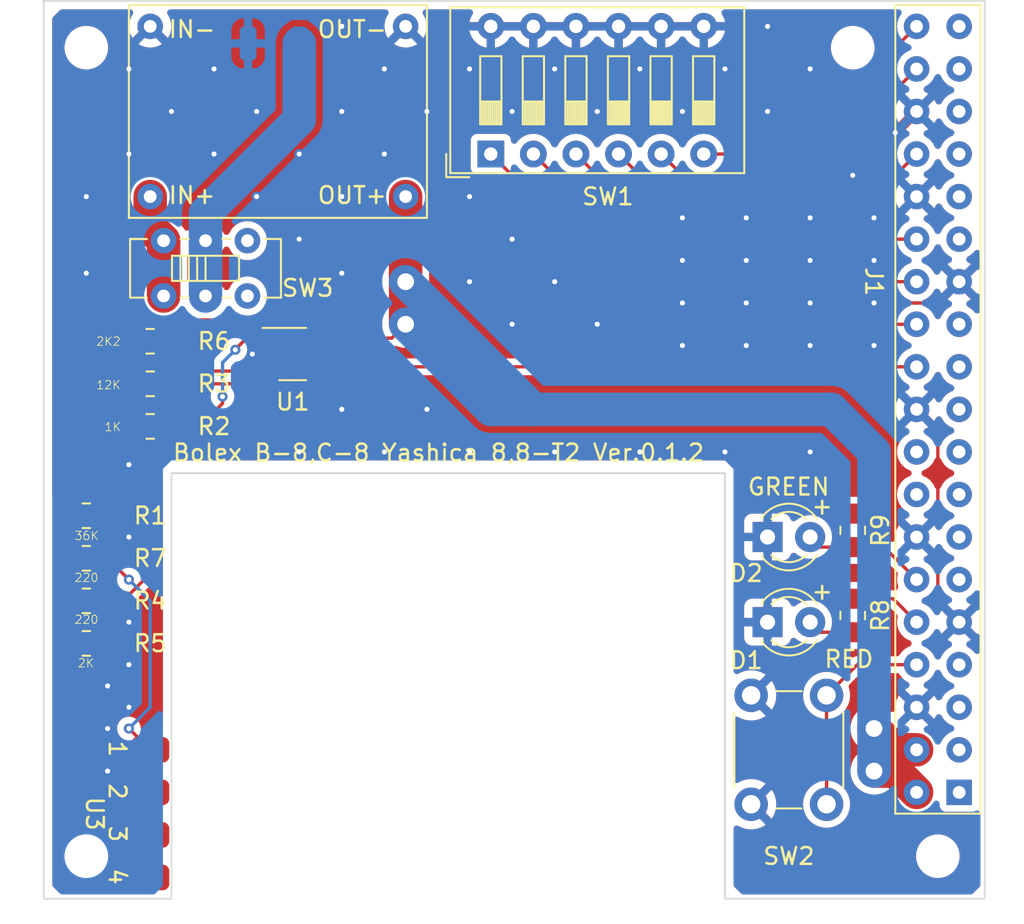
<source format=kicad_pcb>
(kicad_pcb (version 20240108) (generator "pcbnew") (generator_version "8.0")
  (layers (0 "F.Cu" signal) (31 "B.Cu" signal) (34 "B.Paste" user) (35 "F.Paste" user) (36 "B.SilkS" user "B.Silkscreen") (37 "F.SilkS" user "F.Silkscreen") (38 "B.Mask" user) (39 "F.Mask" user) (44 "Edge.Cuts" user))
  (net 0 "")
  (net 1 "GND")
  (net 2 "Net-(D1-A)")
  (net 3 "Net-(D2-A)")
  (net 5 "+5V")
  (net 15 "Net-(J1-GPIO25)")
  (net 17 "Net-(J1-~{CE0}{slash}GPIO8)")
  (net 18 "Net-(J1-~{CE1}{slash}GPIO7)")
  (net 20 "Net-(J1-ID_SC{slash}GPIO1)")
  (net 23 "Net-(J1-PWM0{slash}GPIO12)")
  (net 26 "Net-(J1-GPIO16)")
  (net 28 "Net-(J1-GPIO20{slash}MOSI1)")
  (net 29 "Net-(U1-+)")
  (net 30 "Net-(R4-Pad1)")
  (net 31 "Net-(U1--)")
  (net 32 "Net-(U3-A)")
  (net 33 "+9V")
  (net 34 "Net-(J1-GPIO14{slash}TXD)")
  (net 35 "Net-(J1-GPIO15{slash}RXD)")
  (net 36 "Net-(J1-GPIO18{slash}PWM0)")
  (net 39 "Net-(U2-IN+)")
  (footprint "LED_THT:LED_D3.0mm" (layer "F.Cu") (at 144.78 106.68)
    (property "Reference" "D2" (at -1.27 2.159 0) (layer "F.SilkS"))
    (property "Value" "LED GREEN" (hide yes))
    (pad "1" thru_hole rect (at 0 0) (size 1.8 1.8) (drill 0.9) (layers "*.Cu" "*.Mask") (net 1 "GND"))
    (pad "2" thru_hole circle (at 2.54 0) (size 1.8 1.8) (drill 0.9) (layers "*.Cu" "*.Mask") (net 3 "Net-(D2-A)"))
  )
  (footprint "Button_Switch_THT:SW_PUSH_6mm" (layer "F.Cu") (at 143.8 122.63 90)
    (property "Reference" "SW2" (at -3.1 2.25 180) (layer "F.SilkS"))
    (property "Value" "SW_shutdown")
    (pad "1" thru_hole circle (at 0 0 180) (size 2 2) (drill 1.1) (layers "*.Cu" "*.Mask") (net 1 "GND"))
    (pad "1" thru_hole circle (at 6.5 0 180) (size 2 2) (drill 1.1) (layers "*.Cu" "*.Mask") (net 1 "GND"))
    (pad "2" thru_hole circle (at 0 4.5 180) (size 2 2) (drill 1.1) (layers "*.Cu" "*.Mask") (net 34 "Net-(J1-GPIO14{slash}TXD)"))
    (pad "2" thru_hole circle (at 6.5 4.5 180) (size 2 2) (drill 1.1) (layers "*.Cu" "*.Mask") (net 34 "Net-(J1-GPIO14{slash}TXD)"))
  )
  (footprint "Resistor_SMD:R_0805_2012Metric_Pad1.20x1.40mm_HandSolder" (layer "F.Cu") (at 104.14 113.03)
    (property "Reference" "R5" (at 3.81 0 0) (layer "F.SilkS"))
    (property "Value" "2k")
    (pad "1" smd roundrect (at -1 0) (size 1.2 1.4) (layers "F.Cu" "F.Paste" "F.Mask") (roundrect_rratio 0.2083333333) (net 30 "Net-(R4-Pad1)"))
    (pad "2" smd roundrect (at 1 0) (size 1.2 1.4) (layers "F.Cu" "F.Paste" "F.Mask") (roundrect_rratio 0.2083333333) (net 1 "GND"))
  )
  (footprint "Resistor_SMD:R_0805_2012Metric_Pad1.20x1.40mm_HandSolder" (layer "F.Cu") (at 104.14 107.95)
    (property "Reference" "R7" (at 3.81 0 0) (layer "F.SilkS"))
    (property "Value" "220")
    (pad "1" smd roundrect (at -1 0) (size 1.2 1.4) (layers "F.Cu" "F.Paste" "F.Mask") (roundrect_rratio 0.2083333333) (net 5 "+5V"))
    (pad "2" smd roundrect (at 1 0) (size 1.2 1.4) (layers "F.Cu" "F.Paste" "F.Mask") (roundrect_rratio 0.2083333333) (net 32 "Net-(U3-A)"))
  )
  (footprint "clock_work_camera:IS-2235-G" (layer "F.Cu") (at 111.252 93.892)
    (property "Reference" "SW3" (at 6.096 -2.071 0) (layer "F.SilkS"))
    (property "Value" "IS-2235-G")
    (pad "1" thru_hole circle (at -2.5 -4.9) (size 1.524 1.524) (drill 0.762) (layers "*.Cu" "*.Mask") (net 39 "Net-(U2-IN+)"))
    (pad "2" thru_hole circle (at 0 -4.9) (size 1.524 1.524) (drill 0.762) (layers "*.Cu" "*.Mask") (net 33 "+9V"))
    (pad "3" thru_hole circle (at 2.5 -4.9) (size 1.524 1.524) (drill 0.762) (layers "*.Cu" "*.Mask"))
    (pad "4" thru_hole circle (at -2.5 -1.6) (size 1.524 1.524) (drill 0.762) (layers "*.Cu" "*.Mask") (net 39 "Net-(U2-IN+)"))
    (pad "5" thru_hole circle (at 0 -1.6) (size 1.524 1.524) (drill 0.762) (layers "*.Cu" "*.Mask") (net 33 "+9V"))
    (pad "6" thru_hole circle (at 2.5 -1.6) (size 1.524 1.524) (drill 0.762) (layers "*.Cu" "*.Mask"))
  )
  (footprint "Package_TO_SOT_SMD:SOT-23-5" (layer "F.Cu") (at 116.4535 95.758)
    (property "Reference" "U1" (at 0 2.855 0) (layer "F.SilkS"))
    (property "Value" "LM397")
    (pad "1" smd roundrect (at -1.1375 -0.95) (size 1.325 0.6) (layers "F.Cu" "F.Paste" "F.Mask") (net 31 "Net-(U1--)"))
    (pad "2" smd roundrect (at -1.1375 0) (size 1.325 0.6) (layers "F.Cu" "F.Paste" "F.Mask") (net 1 "GND"))
    (pad "3" smd roundrect (at -1.1375 0.95) (size 1.325 0.6) (layers "F.Cu" "F.Paste" "F.Mask") (net 29 "Net-(U1-+)"))
    (pad "4" smd roundrect (at 1.1375 0.95) (size 1.325 0.6) (layers "F.Cu" "F.Paste" "F.Mask") (net 15 "Net-(J1-GPIO25)"))
    (pad "5" smd roundrect (at 1.1375 -0.95) (size 1.325 0.6) (layers "F.Cu" "F.Paste" "F.Mask") (net 5 "+5V"))
  )
  (footprint "MountingHole:MountingHole_2.1mm" (layer "F.Cu") (at 154.94 125.73)
    (property "Reference" "H3" (hide yes))
    (property "Value" "MountingHole")
    (pad "" np_thru_hole circle (at 0 0) (size 2.1 2.1) (drill 2.1) (layers "*.Cu" "*.Mask"))
  )
  (footprint "Crockwork_Cinecamera:raspberry Pi socket 2x19" (layer "F.Cu") (at 156.21 121.92 180)
    (property "Reference" "J1" (at 5.08 30.48 -90) (layer "F.SilkS"))
    (property "Value" "Raspberry_Pi_zero2W")
    (pad "1" thru_hole rect (at 0 0 180) (size 1.524 1.524) (drill 0.762) (layers "*.Cu" "*.Mask"))
    (pad "2" thru_hole circle (at 2.54 0 180) (size 1.524 1.524) (drill 0.762) (layers "*.Cu" "*.Mask") (net 5 "+5V"))
    (pad "3" thru_hole circle (at 0 2.54 180) (size 1.524 1.524) (drill 0.762) (layers "*.Cu" "*.Mask"))
    (pad "4" thru_hole circle (at 2.54 2.54 180) (size 1.524 1.524) (drill 0.762) (layers "*.Cu" "*.Mask") (net 5 "+5V"))
    (pad "5" thru_hole circle (at 0 5.08 180) (size 1.524 1.524) (drill 0.762) (layers "*.Cu" "*.Mask"))
    (pad "6" thru_hole circle (at 2.54 5.08 180) (size 1.524 1.524) (drill 0.762) (layers "*.Cu" "*.Mask") (net 1 "GND"))
    (pad "7" thru_hole circle (at 0 7.62 180) (size 1.524 1.524) (drill 0.762) (layers "*.Cu" "*.Mask"))
    (pad "8" thru_hole circle (at 2.54 7.62 180) (size 1.524 1.524) (drill 0.762) (layers "*.Cu" "*.Mask") (net 34 "Net-(J1-GPIO14{slash}TXD)"))
    (pad "9" thru_hole circle (at 0 10.16 180) (size 1.524 1.524) (drill 0.762) (layers "*.Cu" "*.Mask") (net 1 "GND"))
    (pad "10" thru_hole circle (at 2.54 10.16 180) (size 1.524 1.524) (drill 0.762) (layers "*.Cu" "*.Mask") (net 35 "Net-(J1-GPIO15{slash}RXD)"))
    (pad "11" thru_hole circle (at 0 12.7 180) (size 1.524 1.524) (drill 0.762) (layers "*.Cu" "*.Mask"))
    (pad "12" thru_hole circle (at 2.54 12.7 180) (size 1.524 1.524) (drill 0.762) (layers "*.Cu" "*.Mask") (net 36 "Net-(J1-GPIO18{slash}PWM0)"))
    (pad "13" thru_hole circle (at 0 15.24 180) (size 1.524 1.524) (drill 0.762) (layers "*.Cu" "*.Mask"))
    (pad "14" thru_hole circle (at 2.54 15.24 180) (size 1.524 1.524) (drill 0.762) (layers "*.Cu" "*.Mask") (net 1 "GND"))
    (pad "15" thru_hole circle (at 0 17.78 180) (size 1.524 1.524) (drill 0.762) (layers "*.Cu" "*.Mask"))
    (pad "16" thru_hole circle (at 2.54 17.78 180) (size 1.524 1.524) (drill 0.762) (layers "*.Cu" "*.Mask"))
    (pad "17" thru_hole circle (at 0 20.32 180) (size 1.524 1.524) (drill 0.762) (layers "*.Cu" "*.Mask"))
    (pad "18" thru_hole circle (at 2.54 20.32 180) (size 1.524 1.524) (drill 0.762) (layers "*.Cu" "*.Mask"))
    (pad "19" thru_hole circle (at 0 22.86 180) (size 1.524 1.524) (drill 0.762) (layers "*.Cu" "*.Mask"))
    (pad "20" thru_hole circle (at 2.54 22.86 180) (size 1.524 1.524) (drill 0.762) (layers "*.Cu" "*.Mask") (net 1 "GND"))
    (pad "21" thru_hole circle (at 0 25.4 180) (size 1.524 1.524) (drill 0.762) (layers "*.Cu" "*.Mask"))
    (pad "22" thru_hole circle (at 2.54 25.4 180) (size 1.524 1.524) (drill 0.762) (layers "*.Cu" "*.Mask") (net 15 "Net-(J1-GPIO25)"))
    (pad "23" thru_hole circle (at 0 27.94 180) (size 1.524 1.524) (drill 0.762) (layers "*.Cu" "*.Mask"))
    (pad "24" thru_hole circle (at 2.54 27.94 180) (size 1.524 1.524) (drill 0.762) (layers "*.Cu" "*.Mask") (net 17 "Net-(J1-~{CE0}{slash}GPIO8)"))
    (pad "25" thru_hole circle (at 0 30.48 180) (size 1.524 1.524) (drill 0.762) (layers "*.Cu" "*.Mask") (net 1 "GND"))
    (pad "26" thru_hole circle (at 2.54 30.48 180) (size 1.524 1.524) (drill 0.762) (layers "*.Cu" "*.Mask") (net 18 "Net-(J1-~{CE1}{slash}GPIO7)"))
    (pad "27" thru_hole circle (at 0 33.02 180) (size 1.524 1.524) (drill 0.762) (layers "*.Cu" "*.Mask"))
    (pad "28" thru_hole circle (at 2.54 33.02 180) (size 1.524 1.524) (drill 0.762) (layers "*.Cu" "*.Mask") (net 20 "Net-(J1-ID_SC{slash}GPIO1)"))
    (pad "29" thru_hole circle (at 0 35.56 180) (size 1.524 1.524) (drill 0.762) (layers "*.Cu" "*.Mask"))
    (pad "30" thru_hole circle (at 2.54 35.56 180) (size 1.524 1.524) (drill 0.762) (layers "*.Cu" "*.Mask") (net 1 "GND"))
    (pad "31" thru_hole circle (at 0 38.1 180) (size 1.524 1.524) (drill 0.762) (layers "*.Cu" "*.Mask"))
    (pad "32" thru_hole circle (at 2.54 38.1 180) (size 1.524 1.524) (drill 0.762) (layers "*.Cu" "*.Mask") (net 23 "Net-(J1-PWM0{slash}GPIO12)"))
    (pad "33" thru_hole circle (at 0 40.64 180) (size 1.524 1.524) (drill 0.762) (layers "*.Cu" "*.Mask"))
    (pad "34" thru_hole circle (at 2.54 40.64 180) (size 1.524 1.524) (drill 0.762) (layers "*.Cu" "*.Mask") (net 1 "GND"))
    (pad "35" thru_hole circle (at 0 43.18 180) (size 1.524 1.524) (drill 0.762) (layers "*.Cu" "*.Mask"))
    (pad "36" thru_hole circle (at 2.54 43.18 180) (size 1.524 1.524) (drill 0.762) (layers "*.Cu" "*.Mask") (net 26 "Net-(J1-GPIO16)"))
    (pad "37" thru_hole circle (at 0 45.72 180) (size 1.524 1.524) (drill 0.762) (layers "*.Cu" "*.Mask"))
    (pad "38" thru_hole circle (at 2.54 45.72 180) (size 1.524 1.524) (drill 0.762) (layers "*.Cu" "*.Mask") (net 28 "Net-(J1-GPIO20{slash}MOSI1)"))
  )
  (footprint "MountingHole:MountingHole_2.1mm" (layer "F.Cu") (at 149.86 77.47)
    (property "Reference" "H4" (hide yes))
    (property "Value" "MountingHole")
    (pad "" np_thru_hole circle (at 0 0) (size 2.1 2.1) (drill 2.1) (layers "*.Cu" "*.Mask"))
  )
  (footprint "Resistor_SMD:R_0805_2012Metric_Pad1.20x1.40mm_HandSolder" (layer "F.Cu") (at 107.95 100.076)
    (property "Reference" "R2" (at 3.81 0 0) (layer "F.SilkS"))
    (property "Value" "1k")
    (pad "1" smd roundrect (at -1 0) (size 1.2 1.4) (layers "F.Cu" "F.Paste" "F.Mask") (roundrect_rratio 0.2083333333) (net 29 "Net-(U1-+)"))
    (pad "2" smd roundrect (at 1 0) (size 1.2 1.4) (layers "F.Cu" "F.Paste" "F.Mask") (roundrect_rratio 0.2083333333) (net 1 "GND"))
  )
  (footprint "Crockwork_Cinecamera:MP2307 DC-DC Board" (layer "F.Cu") (at 107.95 86.36 90)
    (property "Reference" "U2" (hide yes))
    (property "Value" "~")
    (fp_text user "OUT+" (at -0.508 9.906 0) (layer "F.SilkS") (effects (justify left bottom)))
    (fp_text user "IN-" (at 9.398 1.016 0) (layer "F.SilkS") (effects (justify left bottom)))
    (fp_text user "IN+" (at -0.508 1.016 0) (layer "F.SilkS") (effects (justify left bottom)))
    (fp_text user "OUT-" (at 9.398 9.906 0) (layer "F.SilkS") (effects (justify left bottom)))
    (pad "1" thru_hole circle (at 0 0 90) (size 1.524 1.524) (drill 0.762) (layers "*.Cu" "*.Mask") (net 39 "Net-(U2-IN+)"))
    (pad "2" thru_hole circle (at 10.16 0 90) (size 1.524 1.524) (drill 0.762) (layers "*.Cu" "*.Mask") (net 1 "GND"))
    (pad "3" thru_hole circle (at 0 15.24 90) (size 1.524 1.524) (drill 0.762) (layers "*.Cu" "*.Mask") (net 5 "+5V"))
    (pad "4" thru_hole circle (at 10.16 15.24 90) (size 1.524 1.524) (drill 0.762) (layers "*.Cu" "*.Mask") (net 1 "GND"))
  )
  (footprint "LED_THT:LED_D3.0mm" (layer "F.Cu") (at 144.78 111.76)
    (property "Reference" "D1" (at -1.27 2.286 0) (layer "F.SilkS"))
    (property "Value" "LED RED" (hide yes))
    (pad "1" thru_hole rect (at 0 0) (size 1.8 1.8) (drill 0.9) (layers "*.Cu" "*.Mask") (net 1 "GND"))
    (pad "2" thru_hole circle (at 2.54 0) (size 1.8 1.8) (drill 0.9) (layers "*.Cu" "*.Mask") (net 2 "Net-(D1-A)"))
  )
  (footprint "Resistor_SMD:R_0805_2012Metric_Pad1.20x1.40mm_HandSolder" (layer "F.Cu") (at 104.14 105.41)
    (property "Reference" "R1" (at 3.81 0 0) (layer "F.SilkS"))
    (property "Value" "36k")
    (pad "1" smd roundrect (at -1 0) (size 1.2 1.4) (layers "F.Cu" "F.Paste" "F.Mask") (roundrect_rratio 0.2083333333) (net 5 "+5V"))
    (pad "2" smd roundrect (at 1 0) (size 1.2 1.4) (layers "F.Cu" "F.Paste" "F.Mask") (roundrect_rratio 0.2083333333) (net 29 "Net-(U1-+)"))
  )
  (footprint "Resistor_SMD:R_0805_2012Metric_Pad1.20x1.40mm_HandSolder" (layer "F.Cu") (at 149.86 111.363 -90)
    (property "Reference" "R8" (at 0 -1.65 90) (layer "F.SilkS"))
    (property "Value" "1k")
    (pad "1" smd roundrect (at -1 0 270) (size 1.2 1.4) (layers "F.Cu" "F.Paste" "F.Mask") (roundrect_rratio 0.2083333333) (net 35 "Net-(J1-GPIO15{slash}RXD)"))
    (pad "2" smd roundrect (at 1 0 270) (size 1.2 1.4) (layers "F.Cu" "F.Paste" "F.Mask") (roundrect_rratio 0.2083333333) (net 2 "Net-(D1-A)"))
  )
  (footprint "Button_Switch_THT:SW_DIP_SPSTx06_Slide_9.78x17.42mm_W7.62mm_P2.54mm" (layer "F.Cu") (at 128.27 83.82 90)
    (property "Reference" "SW1" (at -2.54 6.985 180) (layer "F.SilkS"))
    (property "Value" "SW_DIP_x06")
    (pad "1" thru_hole rect (at 0 0 90) (size 1.6 1.6) (drill 0.8) (layers "*.Cu" "*.Mask") (net 17 "Net-(J1-~{CE0}{slash}GPIO8)"))
    (pad "2" thru_hole oval (at 0 2.54 90) (size 1.6 1.6) (drill 0.8) (layers "*.Cu" "*.Mask") (net 18 "Net-(J1-~{CE1}{slash}GPIO7)"))
    (pad "3" thru_hole oval (at 0 5.08 90) (size 1.6 1.6) (drill 0.8) (layers "*.Cu" "*.Mask") (net 20 "Net-(J1-ID_SC{slash}GPIO1)"))
    (pad "4" thru_hole oval (at 0 7.62 90) (size 1.6 1.6) (drill 0.8) (layers "*.Cu" "*.Mask") (net 23 "Net-(J1-PWM0{slash}GPIO12)"))
    (pad "5" thru_hole oval (at 0 10.16 90) (size 1.6 1.6) (drill 0.8) (layers "*.Cu" "*.Mask") (net 26 "Net-(J1-GPIO16)"))
    (pad "6" thru_hole oval (at 0 12.7 90) (size 1.6 1.6) (drill 0.8) (layers "*.Cu" "*.Mask") (net 28 "Net-(J1-GPIO20{slash}MOSI1)"))
    (pad "7" thru_hole oval (at 7.62 12.7 90) (size 1.6 1.6) (drill 0.8) (layers "*.Cu" "*.Mask") (net 1 "GND"))
    (pad "8" thru_hole oval (at 7.62 10.16 90) (size 1.6 1.6) (drill 0.8) (layers "*.Cu" "*.Mask") (net 1 "GND"))
    (pad "9" thru_hole oval (at 7.62 7.62 90) (size 1.6 1.6) (drill 0.8) (layers "*.Cu" "*.Mask") (net 1 "GND"))
    (pad "10" thru_hole oval (at 7.62 5.08 90) (size 1.6 1.6) (drill 0.8) (layers "*.Cu" "*.Mask") (net 1 "GND"))
    (pad "11" thru_hole oval (at 7.62 2.54 90) (size 1.6 1.6) (drill 0.8) (layers "*.Cu" "*.Mask") (net 1 "GND"))
    (pad "12" thru_hole oval (at 7.62 0 90) (size 1.6 1.6) (drill 0.8) (layers "*.Cu" "*.Mask") (net 1 "GND"))
  )
  (footprint "Resistor_SMD:R_0805_2012Metric_Pad1.20x1.40mm_HandSolder" (layer "F.Cu") (at 104.14 110.49)
    (property "Reference" "R4" (at 3.81 0 0) (layer "F.SilkS"))
    (property "Value" "220")
    (pad "1" smd roundrect (at -1 0) (size 1.2 1.4) (layers "F.Cu" "F.Paste" "F.Mask") (roundrect_rratio 0.2083333333) (net 30 "Net-(R4-Pad1)"))
    (pad "2" smd roundrect (at 1 0) (size 1.2 1.4) (layers "F.Cu" "F.Paste" "F.Mask") (roundrect_rratio 0.2083333333) (net 31 "Net-(U1--)"))
  )
  (footprint "MountingHole:MountingHole_2.1mm" (layer "F.Cu") (at 104.14 77.47)
    (property "Reference" "H1" (hide yes))
    (property "Value" "MountingHole")
    (pad "" np_thru_hole circle (at 0 0) (size 2.1 2.1) (drill 2.1) (layers "*.Cu" "*.Mask"))
  )
  (footprint "Resistor_SMD:R_0805_2012Metric_Pad1.20x1.40mm_HandSolder" (layer "F.Cu") (at 107.95 94.996)
    (property "Reference" "R6" (at 3.81 0 0) (layer "F.SilkS"))
    (property "Value" "2k2")
    (pad "1" smd roundrect (at -1 0) (size 1.2 1.4) (layers "F.Cu" "F.Paste" "F.Mask") (roundrect_rratio 0.2083333333) (net 5 "+5V"))
    (pad "2" smd roundrect (at 1 0) (size 1.2 1.4) (layers "F.Cu" "F.Paste" "F.Mask") (roundrect_rratio 0.2083333333) (net 15 "Net-(J1-GPIO25)"))
  )
  (footprint "Crockwork_Cinecamera:LBR-123F_2" (layer "F.Cu") (at 104.14 123.19 -90)
    (property "Reference" "U3" (at 0 -0.5 -90) (layer "F.SilkS"))
    (property "Value" "LBR-123F_2")
    (fp_text user "1" (at -4.445 -1.27 -90) (layer "F.SilkS") (effects (justify left bottom)))
    (fp_text user "4" (at 3.175 -1.27 -90) (layer "F.SilkS") (effects (justify left bottom)))
    (fp_text user "3" (at 0.635 -1.27 -90) (layer "F.SilkS") (effects (justify left bottom)))
    (fp_text user "2" (at -1.905 -1.27 -90) (layer "F.SilkS") (effects (justify left bottom)))
    (pad "1" smd roundrect (at -3.81 -3.81) (size 2.286 1.524) (layers "F.Cu" "F.Paste" "F.Mask") (net 32 "Net-(U3-A)"))
    (pad "2" smd roundrect (at -1.27 -3.81) (size 2.286 1.524) (layers "F.Cu" "F.Paste" "F.Mask") (net 1 "GND"))
    (pad "3" smd roundrect (at 1.27 -3.81 180) (size 2.286 1.524) (layers "F.Cu" "F.Paste" "F.Mask") (net 30 "Net-(R4-Pad1)"))
    (pad "4" smd roundrect (at 3.81 -3.81) (size 2.286 1.524) (layers "F.Cu" "F.Paste" "F.Mask") (net 5 "+5V"))
  )
  (footprint "Resistor_SMD:R_0805_2012Metric_Pad1.20x1.40mm_HandSolder" (layer "F.Cu") (at 107.95 97.536)
    (property "Reference" "R3" (at 3.81 0 0) (layer "F.SilkS"))
    (property "Value" "12k")
    (pad "1" smd roundrect (at -1 0) (size 1.2 1.4) (layers "F.Cu" "F.Paste" "F.Mask") (roundrect_rratio 0.2083333333) (net 29 "Net-(U1-+)"))
    (pad "2" smd roundrect (at 1 0) (size 1.2 1.4) (layers "F.Cu" "F.Paste" "F.Mask") (roundrect_rratio 0.2083333333) (net 15 "Net-(J1-GPIO25)"))
  )
  (footprint "MountingHole:MountingHole_2.1mm" (layer "F.Cu") (at 104.14 125.73)
    (property "Reference" "H2" (hide yes))
    (property "Value" "MountingHole" (hide yes))
    (pad "" np_thru_hole circle (at 0 0) (size 2.1 2.1) (drill 2.1) (layers "*.Cu" "*.Mask"))
  )
  (footprint "Resistor_SMD:R_0805_2012Metric_Pad1.20x1.40mm_HandSolder" (layer "F.Cu") (at 149.86 106.283 -90)
    (property "Reference" "R9" (at 0 -1.65 90) (layer "F.SilkS"))
    (property "Value" "1k")
    (pad "1" smd roundrect (at -1 0 270) (size 1.2 1.4) (layers "F.Cu" "F.Paste" "F.Mask") (roundrect_rratio 0.2083333333) (net 36 "Net-(J1-GPIO18{slash}PWM0)"))
    (pad "2" smd roundrect (at 1 0 270) (size 1.2 1.4) (layers "F.Cu" "F.Paste" "F.Mask") (roundrect_rratio 0.2083333333) (net 3 "Net-(D2-A)"))
  )
  (footprint "Connector_Wire:SolderWirePad_1x01_SMD_1x2mm" (layer "B.Cu") (at 116.84 77.216 180)
    (property "Reference" "J2" (hide yes))
    (property "Value" "9V Pad")
    (pad "1" smd roundrect (at 0 0 180) (size 1 2) (layers "B.Cu" "B.Paste" "B.Mask") (net 33 "+9V"))
  )
  (footprint "Connector_Wire:SolderWirePad_1x01_SMD_1x2mm" (layer "B.Cu") (at 113.792 77.216 180)
    (property "Reference" "J3" (hide yes))
    (property "Value" "GND Pad")
    (pad "1" smd roundrect (at 0 0 180) (size 1 2) (layers "B.Cu" "B.Paste" "B.Mask") (net 1 "GND"))
  )
  (gr_line (start 142.24 102.87) (end 109.22 102.87) (stroke (width 0.1)) (layer "Edge.Cuts"))
  (gr_line (start 157.734 128.27) (end 142.24 128.27) (stroke (width 0.1)) (layer "Edge.Cuts"))
  (gr_line (start 109.22 102.87) (end 109.22 128.27) (stroke (width 0.1)) (layer "Edge.Cuts"))
  (gr_line (start 101.6 128.27) (end 101.6 74.676) (stroke (width 0.1)) (layer "Edge.Cuts"))
  (gr_line (start 157.734 74.676) (end 157.734 128.27) (stroke (width 0.1)) (layer "Edge.Cuts"))
  (gr_line (start 101.6 74.676) (end 157.734 74.676) (stroke (width 0.1)) (layer "Edge.Cuts"))
  (gr_line (start 109.22 128.27) (end 101.6 128.27) (stroke (width 0.1)) (layer "Edge.Cuts"))
  (gr_line (start 142.24 128.27) (end 142.24 102.87) (stroke (width 0.1)) (layer "Edge.Cuts"))
  (gr_text "36K" (at 103.4 106.9 0) (layer "F.SilkS") (effects (font (size 0.5 0.5) (thickness 0.05)) (justify left bottom)))
  (gr_text "+" (at 147.32 105.41 0) (layer "F.SilkS") (effects (font (size 1 1)) (justify left bottom)))
  (gr_text "Bolex B-8,C-8 Yashica 8,8-T2 Ver.0.1.2" (at 109.22 102.235 0) (layer "F.SilkS") (effects (font (size 1 1)) (justify left bottom)))
  (gr_text "220\n" (at 103.4 111.9 0) (layer "F.SilkS") (effects (font (size 0.5 0.5) (thickness 0.05)) (justify left bottom)))
  (gr_text "+" (at 147.32 110.49 0) (layer "F.SilkS") (effects (font (size 1 1)) (justify left bottom)))
  (gr_text "2K2" (at 104.7 95.3 0) (layer "F.SilkS") (effects (font (size 0.5 0.5) (thickness 0.05)) (justify left bottom)))
  (gr_text "RED" (at 148.082 114.554 0) (layer "F.SilkS") (effects (font (size 1 1)) (justify left bottom)))
  (gr_text "GREEN" (at 143.51 104.267 0) (layer "F.SilkS") (effects (font (size 1 1)) (justify left bottom)))
  (gr_text "12K" (at 104.7 97.9 0) (layer "F.SilkS") (effects (font (size 0.5 0.5) (thickness 0.05)) (justify left bottom)))
  (gr_text "2K" (at 103.6 114.5 0) (layer "F.SilkS") (effects (font (size 0.5 0.5) (thickness 0.05)) (justify left bottom)))
  (gr_text "1K" (at 105.2 100.4 0) (layer "F.SilkS") (effects (font (size 0.5 0.5) (thickness 0.05)) (justify left bottom)))
  (gr_text "220" (at 103.4 109.4 0) (layer "F.SilkS") (effects (font (size 0.5 0.5) (thickness 0.05)) (justify left bottom)))
  (segment (start 108.95 100.076) (end 108.95 100.776) (width 1) (layer "F.Cu") (net 1))
  (segment (start 105.14 112.801631) (end 105.14 113.03) (width 0.2) (layer "F.Cu") (net 1))
  (segment (start 156.21 111.76) (end 154.94 110.49) (width 0.2) (layer "F.Cu") (net 1))
  (segment (start 153.67 81.28) (end 152.4 82.55) (width 0.6) (layer "F.Cu") (net 1))
  (segment (start 106.68 121.92) (end 105.41 120.65) (width 0.6) (layer "F.Cu") (net 1))
  (segment (start 107.95 121.92) (end 106.68 121.92) (width 0.6) (layer "F.Cu") (net 1))
  (segment (start 154.94 100.33) (end 153.67 99.06) (width 0.2) (layer "F.Cu") (net 1))
  (segment (start 156.21 91.44) (end 154.94 92.71) (width 0.2) (layer "F.Cu") (net 1))
  (segment (start 154.94 110.49) (end 154.94 107.95) (width 0.2) (layer "F.Cu") (net 1))
  (segment (start 153.67 106.68) (end 154.94 105.41) (width 0.2) (layer "F.Cu") (net 1))
  (segment (start 154.94 92.71) (end 151.13 92.71) (width 0.2) (layer "F.Cu") (net 1))
  (segment (start 108.95 100.776) (end 108.419 101.307) (width 1) (layer "F.Cu") (net 1))
  (segment (start 154.94 105.41) (end 154.94 100.33) (width 0.2) (layer "F.Cu") (net 1))
  (segment (start 154.94 107.95) (end 153.67 106.68) (width 0.2) (layer "F.Cu") (net 1))
  (via (at 124.46 99.06) (size 0.605) (drill 0.3) (layers "F.Cu" "B.Cu") (net 1))
  (via (at 139.7 92.71) (size 0.605) (drill 0.3) (layers "F.Cu" "B.Cu") (net 1))
  (via (at 104.14 90.932) (size 0.605) (drill 0.3) (layers "F.Cu" "B.Cu") (net 1))
  (via (at 116.84 83.82) (size 0.605) (drill 0.3) (layers "F.Cu" "B.Cu") (net 1))
  (via (at 149.86 85.09) (size 0.605) (drill 0.3) (layers "F.Cu" "B.Cu") (net 1))
  (via (at 104.14 86.36) (size 0.605) (drill 0.3) (layers "F.Cu" "B.Cu") (net 1))
  (via (at 144.78 76.2) (size 0.605) (drill 0.3) (layers "F.Cu" "B.Cu") (net 1))
  (via (at 127 101.6) (size 0.605) (drill 0.3) (layers "F.Cu" "B.Cu") (net 1))
  (via (at 106.68 106.68) (size 0.605) (drill 0.3) (layers "F.Cu" "B.Cu") (net 1))
  (via (at 139.7 90.17) (size 0.605) (drill 0.3) (layers "F.Cu" "B.Cu") (net 1))
  (via (at 106.68 111.76) (size 0.605) (drill 0.3) (layers "F.Cu" "B.Cu") (net 1))
  (via (at 119.38 86.36) (size 0.605) (drill 0.3) (layers "F.Cu" "B.Cu") (net 1))
  (via (at 134.62 81.28) (size 0.605) (drill 0.3) (layers "F.Cu" "B.Cu") (net 1))
  (via (at 106.68 83.82) (size 0.605) (drill 0.3) (layers "F.Cu" "B.Cu") (net 1))
  (via (at 106.68 114.3) (size 0.605) (drill 0.3) (layers "F.Cu" "B.Cu") (net 1))
  (via (at 116.84 88.9) (size 0.605) (drill 0.3) (layers "F.Cu" "B.Cu") (net 1))
  (via (at 121.92 78.74) (size 0.605) (drill 0.3) (layers "F.Cu" "B.Cu") (net 1))
  (via (at 139.7 87.63) (size 0.605) (drill 0.3) (layers "F.Cu" "B.Cu") (net 1))
  (via (at 105.41 115.57) (size 0.605) (drill 0.3) (layers "F.Cu" "B.Cu") (net 1))
  (via (at 143.51 92.71) (size 0.605) (drill 0.3) (layers "F.Cu" "B.Cu") (net 1))
  (via (at 151.13 95.25) (size 0.605) (drill 0.3) (layers "F.Cu" "B.Cu") (net 1))
  (via (at 129.54 93.98) (size 0.605) (drill 0.3) (layers "F.Cu" "B.Cu") (net 1))
  (via (at 127 91.44) (size 0.605) (drill 0.3) (layers "F.Cu" "B.Cu") (net 1))
  (via (at 147.32 87.63) (size 0.605) (drill 0.3) (layers "F.Cu" "B.Cu") (net 1))
  (via (at 129.54 81.28) (size 0.605) (drill 0.3) (layers "F.Cu" "B.Cu") (net 1))
  (via (at 124.46 81.28) (size 0.605) (drill 0.3) (layers "F.Cu" "B.Cu") (net 1))
  (via (at 105.41 118.11) (size 0.605) (drill 0.3) (layers "F.Cu" "B.Cu") (net 1))
  (via (at 147.32 92.71) (size 0.605) (drill 0.3) (layers "F.Cu" "B.Cu") (net 1))
  (via (at 114.3 86.36) (size 0.605) (drill 0.3) (layers "F.Cu" "B.Cu") (net 1))
  (via (at 111.76 83.82) (size 0.605) (drill 0.3) (layers "F.Cu" "B.Cu") (net 1))
  (via (at 119.38 99.06) (size 0.605) (drill 0.3) (layers "F.Cu" "B.Cu") (net 1))
  (via (at 143.51 87.63) (size 0.605) (drill 0.3) (layers "F.Cu" "B.Cu") (net 1))
  (via (at 147.32 78.74) (size 0.605) (drill 0.3) (layers "F.Cu" "B.Cu") (net 1))
  (via (at 132.08 101.6) (size 0.605) (drill 0.3) (layers "F.Cu" "B.Cu") (net 1))
  (via (at 134.62 93.98) (size 0.605) (drill 0.3) (layers "F.Cu" "B.Cu") (net 1))
  (via (at 121.92 83.82) (size 0.605) (drill 0.3) (layers "F.Cu" "B.Cu") (net 1))
  (via (at 116.84 101.6) (size 0.605) (drill 0.3) (layers "F.Cu" "B.Cu") (net 1))
  (via (at 142.24 101.6) (size 0.605) (drill 0.3) (layers "F.Cu" "B.Cu") (net 1))
  (via (at 114.3 81.28) (size 0.605) (drill 0.3) (layers "F.Cu" "B.Cu") (net 1))
  (via (at 142.24 78.74) (size 0.605) (drill 0.3) (layers "F.Cu" "B.Cu") (net 1))
  (via (at 129.54 88.9) (size 0.605) (drill 0.3) (layers "F.Cu" "B.Cu") (net 1))
  (via (at 151.13 92.71) (size 0.605) (drill 0.3) (layers "F.Cu" "B.Cu") (net 1))
  (via (at 137.16 78.74) (size 0.605) (drill 0.3) (layers "F.Cu" "B.Cu") (net 1))
  (via (at 139.7 95.25) (size 0.605) (drill 0.3) (layers "F.Cu" "B.Cu") (net 1))
  (via (at 109.22 81.28) (size 0.605) (drill 0.3) (layers "F.Cu" "B.Cu") (net 1))
  (via (at 143.51 90.17) (size 0.605) (drill 0.3) (layers "F.Cu" "B.Cu") (net 1))
  (via (at 127 78.74) (size 0.605) (drill 0.3) (layers "F.Cu" "B.Cu") (net 1))
  (via (at 119.38 81.28) (size 0.605) (drill 0.3) (layers "F.Cu" "B.Cu") (net 1))
  (via (at 105.41 120.65) (size 0.605) (drill 0.3) (layers "F.Cu" "B.Cu") (net 1))
  (via (at 106.68 78.74) (size 0.605) (drill 0.3) (layers "F.Cu" "B.Cu") (net 1))
  (via (at 137.16 101.6) (size 0.605) (drill 0.3) (layers "F.Cu" "B.Cu") (net 1))
  (via (at 143.51 95.25) (size 0.605) (drill 0.3) (layers "F.Cu" "B.Cu") (net 1))
  (via (at 106.68 102.362) (size 0.605) (drill 0.3) (layers "F.Cu" "B.Cu") (net 1))
  (via (at 127 86.36) (size 0.605) (drill 0.3) (layers "F.Cu" "B.Cu") (net 1))
  (via (at 147.32 101.6) (size 0.605) (drill 0.3) (layers "F.Cu" "B.Cu") (net 1))
  (via (at 152.4 82.55) (size 0.605) (drill 0.3) (layers "F.Cu" "B.Cu") (net 1))
  (via (at 111.76 78.74) (size 0.605) (drill 0.3) (layers "F.Cu" "B.Cu") (net 1))
  (via (at 151.13 90.17) (size 0.605) (drill 0.3) (layers "F.Cu" "B.Cu") (net 1))
  (via (at 119.38 90.932) (size 0.605) (drill 0.3) (layers "F.Cu" "B.Cu") (net 1))
  (via (at 132.08 78.74) (size 0.605) (drill 0.3) (layers "F.Cu" "B.Cu") (net 1))
  (via (at 151.13 87.63) (size 0.605) (drill 0.3) (layers "F.Cu" "B.Cu") (net 1))
  (via (at 114.046 95.758) (size 0.605) (drill 0.3) (layers "F.Cu" "B.Cu") (net 1))
  (via (at 147.32 90.17) (size 0.605) (drill 0.3) (layers "F.Cu" "B.Cu") (net 1))
  (via (at 144.78 81.28) (size 0.605) (drill 0.3) (layers "F.Cu" "B.Cu") (net 1))
  (via (at 106.68 116.84) (size 0.605) (drill 0.3) (layers "F.Cu" "B.Cu") (net 1))
  (via (at 121.92 101.6) (size 0.605) (drill 0.3) (layers "F.Cu" "B.Cu") (net 1))
  (via (at 147.32 95.25) (size 0.605) (drill 0.3) (layers "F.Cu" "B.Cu") (net 1))
  (via (at 132.08 91.44) (size 0.605) (drill 0.3) (layers "F.Cu" "B.Cu") (net 1))
  (via (at 139.7 81.28) (size 0.605) (drill 0.3) (layers "F.Cu" "B.Cu") (net 1))
  (via (at 119.38 76.2) (size 0.605) (drill 0.3) (layers "F.Cu" "B.Cu") (net 1))
  (segment (start 149.86 112.363) (end 147.923 112.363) (width 0.2) (layer "F.Cu") (net 2))
  (segment (start 147.923 112.363) (end 147.32 111.76) (width 0.2) (layer "F.Cu") (net 2))
  (segment (start 147.923 107.283) (end 147.32 106.68) (width 0.2) (layer "F.Cu") (net 3))
  (segment (start 149.86 107.283) (end 147.923 107.283) (width 0.2) (layer "F.Cu") (net 3))
  (segment (start 102.574972 109.5376) (end 102.2876 109.824972) (width 0.2) (layer "F.Cu") (net 5))
  (segment (start 122.362 94.808) (end 123.19 93.98) (width 0.2) (layer "F.Cu") (net 5))
  (segment (start 103.705028 109.5376) (end 102.574972 109.5376) (width 0.2) (layer "F.Cu") (net 5))
  (segment (start 103.14 98.806) (end 103.14 105.41) (width 0.2) (layer "F.Cu") (net 5))
  (segment (start 103.14 105.41) (end 103.14 107.95) (width 0.2) (layer "F.Cu") (net 5))
  (segment (start 104.14 108.95) (end 104.14 109.972572) (width 0.2) (layer "F.Cu") (net 5))
  (segment (start 102.2876 121.3376) (end 107.95 127) (width 0.2) (layer "F.Cu") (net 5))
  (segment (start 151.13 118.11) (end 152.4 119.38) (width 2) (layer "F.Cu") (net 5))
  (segment (start 123.19 91.44) (end 123.19 93.98) (width 2) (layer "F.Cu") (net 5))
  (segment (start 104.14 109.972572) (end 103.705028 109.5376) (width 0.2) (layer "F.Cu") (net 5))
  (segment (start 106.95 94.996) (end 108.0428 93.9032) (width 0.2) (layer "F.Cu") (net 5))
  (segment (start 108.204 93.726) (end 116.509 93.726) (width 0.2) (layer "F.Cu") (net 5))
  (segment (start 108.0428 93.9032) (end 108.0428 93.8872) (width 0.2) (layer "F.Cu") (net 5))
  (segment (start 152.4 120.65) (end 153.67 121.92) (width 2) (layer "F.Cu") (net 5))
  (segment (start 123.19 87.63) (end 123.19 90.17) (width 2) (layer "F.Cu") (net 5))
  (segment (start 152.4 119.38) (end 153.67 119.38) (width 2) (layer "F.Cu") (net 5))
  (segment (start 102.2876 109.824972) (end 102.2876 121.3376) (width 0.2) (layer "F.Cu") (net 5))
  (segment (start 117.591 94.808) (end 122.362 94.808) (width 0.2) (layer "F.Cu") (net 5))
  (segment (start 116.509 93.726) (end 117.591 94.808) (width 0.2) (layer "F.Cu") (net 5))
  (segment (start 106.95 94.996) (end 103.14 98.806) (width 0.2) (layer "F.Cu") (net 5))
  (segment (start 108.0428 93.8872) (end 108.204 93.726) (width 0.2) (layer "F.Cu") (net 5))
  (segment (start 123.19 90.17) (end 123.19 91.44) (width 2) (layer "F.Cu") (net 5))
  (segment (start 123.19 86.36) (end 123.19 87.63) (width 2) (layer "F.Cu") (net 5))
  (segment (start 151.13 120.65) (end 152.4 120.65) (width 2) (layer "F.Cu") (net 5))
  (segment (start 103.14 107.95) (end 104.14 108.95) (width 0.2) (layer "F.Cu") (net 5))
  (via (at 123.19 93.98) (size 1.5) (drill 1) (layers "F.Cu" "B.Cu") (net 5))
  (via (at 151.13 120.65) (size 1.5) (drill 1) (layers "F.Cu" "B.Cu") (net 5))
  (via (at 151.13 118.11) (size 1.5) (drill 1) (layers "F.Cu" "B.Cu") (net 5))
  (via (at 123.19 91.44) (size 1.5) (drill 1) (layers "F.Cu" "B.Cu") (net 5))
  (segment (start 148.59 99.06) (end 151.13 101.6) (width 2) (layer "B.Cu") (net 5))
  (segment (start 151.13 101.6) (end 151.13 118.11) (width 2) (layer "B.Cu") (net 5))
  (segment (start 123.19 91.44) (end 130.81 99.06) (width 2) (layer "B.Cu") (net 5))
  (segment (start 130.81 99.06) (end 148.59 99.06) (width 2) (layer "B.Cu") (net 5))
  (segment (start 151.13 118.11) (end 151.13 120.65) (width 2) (layer "B.Cu") (net 5))
  (segment (start 123.19 93.98) (end 128.27 99.06) (width 2) (layer "B.Cu") (net 5))
  (segment (start 128.27 99.06) (end 130.81 99.06) (width 2) (layer "B.Cu") (net 5))
  (segment (start 117.591 96.708) (end 123.124 96.708) (width 0.2) (layer "F.Cu") (net 15))
  (segment (start 116.6761 95.128836) (end 116.84 95.292736) (width 0.2) (layer "F.Cu") (net 15))
  (segment (start 153.65 96.5) (end 153.67 96.52) (width 0.2) (layer "F.Cu") (net 15))
  (segment (start 116.84 95.957) (end 117.591 96.708) (width 0.2) (layer "F.Cu") (net 15))
  (segment (start 116.763 97.536) (end 117.591 96.708) (width 0.2) (layer "F.Cu") (net 15))
  (segment (start 108.95 97.536) (end 116.763 97.536) (width 0.2) (layer "F.Cu") (net 15))
  (segment (start 123.124 96.708) (end 123.312 96.52) (width 0.2) (layer "F.Cu") (net 15))
  (segment (start 116.3536 94.2556) (end 116.6761 94.5781) (width 0.2) (layer "F.Cu") (net 15))
  (segment (start 109.6904 94.2556) (end 116.3536 94.2556) (width 0.2) (layer "F.Cu") (net 15))
  (segment (start 116.6761 94.5781) (end 116.6761 95.128836) (width 0.2) (layer "F.Cu") (net 15))
  (segment (start 108.95 94.996) (end 109.6904 94.2556) (width 0.2) (layer "F.Cu") (net 15))
  (segment (start 116.84 95.292736) (end 116.84 95.957) (width 0.2) (layer "F.Cu") (net 15))
  (segment (start 123.312 96.52) (end 153.67 96.52) (width 0.2) (layer "F.Cu") (net 15))
  (segment (start 128.27 83.82) (end 138.43 93.98) (width 0.2) (layer "F.Cu") (net 17))
  (segment (start 153.67 93.98) (end 138.43 93.98) (width 0.2) (layer "F.Cu") (net 17))
  (segment (start 130.81 83.82) (end 138.43 91.44) (width 0.2) (layer "F.Cu") (net 18))
  (segment (start 153.67 91.44) (end 138.43 91.44) (width 0.2) (layer "F.Cu") (net 18))
  (segment (start 133.35 83.82) (end 138.43 88.9) (width 0.2) (layer "F.Cu") (net 20))
  (segment (start 153.67 88.9) (end 138.43 88.9) (width 0.2) (layer "F.Cu") (net 20))
  (segment (start 150.9952 86.4948) (end 153.67 83.82) (width 0.2) (layer "F.Cu") (net 23))
  (segment (start 135.89 83.82) (end 138.5648 86.4948) (width 0.2) (layer "F.Cu") (net 23))
  (segment (start 138.5648 86.4948) (end 150.9952 86.4948) (width 0.2) (layer "F.Cu") (net 23))
  (segment (start 147.32 85.09) (end 153.67 78.74) (width 0.2) (layer "F.Cu") (net 26))
  (segment (start 139.7 85.09) (end 147.32 85.09) (width 0.2) (layer "F.Cu") (net 26))
  (segment (start 138.43 83.82) (end 139.7 85.09) (width 0.2) (layer "F.Cu") (net 26))
  (segment (start 146.05 83.82) (end 140.97 83.82) (width 0.2) (layer "F.Cu") (net 28))
  (segment (start 153.67 76.2) (end 146.05 83.82) (width 0.2) (layer "F.Cu") (net 28))
  (segment (start 109.705428 96.774) (end 109.515028 96.5836) (width 0.2) (layer "F.Cu") (net 29))
  (segment (start 105.14 105.41) (end 105.14 101.886) (width 0.2) (layer "F.Cu") (net 29))
  (segment (start 106.95 97.536) (end 106.95 97.266) (width 0.2) (layer "F.Cu") (net 29))
  (segment (start 109.515028 96.5836) (end 107.9024 96.5836) (width 0.2) (layer "F.Cu") (net 29))
  (segment (start 115.316 96.708) (end 115.25 96.774) (width 0.2) (layer "F.Cu") (net 29))
  (segment (start 105.14 101.886) (end 106.95 100.076) (width 0.2) (layer "F.Cu") (net 29))
  (segment (start 106.95 100.076) (end 106.95 97.536) (width 0.2) (layer "F.Cu") (net 29))
  (segment (start 115.25 96.774) (end 109.705428 96.774) (width 0.2) (layer "F.Cu") (net 29))
  (segment (start 107.9024 96.5836) (end 106.95 97.536) (width 0.2) (layer "F.Cu") (net 29))
  (segment (start 103.14 113.03) (end 103.14 120.285) (width 0.2) (layer "F.Cu") (net 30))
  (segment (start 107.315 124.46) (end 107.95 124.46) (width 0.2) (layer "F.Cu") (net 30))
  (segment (start 103.14 120.285) (end 107.315 124.46) (width 0.2) (layer "F.Cu") (net 30))
  (segment (start 103.14 113.03) (end 103.14 110.49) (width 0.2) (layer "F.Cu") (net 30))
  (segment (start 112.268 98.298) (end 112.268 98.7076) (width 0.2) (layer "F.Cu") (net 31))
  (segment (start 105.14 110.49) (end 106.3276 110.49) (width 0.2) (layer "F.Cu") (net 31))
  (segment (start 113.03 95.481252) (end 113.03 95.504) (width 0.2) (layer "F.Cu") (net 31))
  (segment (start 115.316 94.808) (end 113.703252 94.808) (width 0.2) (layer "F.Cu") (net 31))
  (segment (start 107.5976 103.378) (end 107.5976 109.22) (width 0.2) (layer "F.Cu") (net 31))
  (segment (start 112.268 98.7076) (end 107.5976 103.378) (width 0.2) (layer "F.Cu") (net 31))
  (segment (start 113.703252 94.808) (end 113.03 95.481252) (width 0.2) (layer "F.Cu") (net 31))
  (segment (start 106.3276 110.49) (end 107.5976 109.22) (width 0.2) (layer "F.Cu") (net 31))
  (via (at 112.268 98.298) (size 0.605) (drill 0.3) (layers "F.Cu" "B.Cu") (net 31))
  (via (at 113.03 95.504) (size 0.605) (drill 0.3) (layers "F.Cu" "B.Cu") (net 31))
  (segment (start 113.03 95.504) (end 112.268 96.266) (width 0.2) (layer "B.Cu") (net 31))
  (segment (start 112.268 96.266) (end 112.268 98.298) (width 0.2) (layer "B.Cu") (net 31))
  (segment (start 105.14 107.95) (end 105.41 107.95) (width 0.2) (layer "F.Cu") (net 32))
  (segment (start 107.95 119.38) (end 106.68 118.11) (width 0.2) (layer "F.Cu") (net 32))
  (segment (start 105.41 107.95) (end 106.68 109.22) (width 0.2) (layer "F.Cu") (net 32))
  (via (at 106.68 109.22) (size 0.605) (drill 0.3) (layers "F.Cu" "B.Cu") (net 32))
  (via (at 106.68 118.11) (size 0.605) (drill 0.3) (layers "F.Cu" "B.Cu") (net 32))
  (segment (start 106.68 109.22) (end 107.95 110.49) (width 0.2) (layer "B.Cu") (net 32))
  (segment (start 107.95 110.49) (end 107.95 116.84) (width 0.2) (layer "B.Cu") (net 32))
  (segment (start 107.95 116.84) (end 106.68 118.11) (width 0.2) (layer "B.Cu") (net 32))
  (segment (start 111.252 88.992) (end 111.252 92.292) (width 2) (layer "B.Cu") (net 33))
  (segment (start 116.84 81.76246) (end 111.252 87.35046) (width 2) (layer "B.Cu") (net 33))
  (segment (start 116.84 77.216) (end 116.84 81.76246) (width 2) (layer "B.Cu") (net 33))
  (segment (start 111.252 87.35046) (end 111.252 88.992) (width 2) (layer "B.Cu") (net 33))
  (segment (start 148.3 116.13) (end 148.3 122.63) (width 0.2) (layer "F.Cu") (net 34))
  (segment (start 148.3 116.13) (end 150.13 114.3) (width 0.2) (layer "F.Cu") (net 34))
  (segment (start 150.13 114.3) (end 153.67 114.3) (width 0.2) (layer "F.Cu") (net 34))
  (segment (start 149.86 110.363) (end 152.273 110.363) (width 0.2) (layer "F.Cu") (net 35))
  (segment (start 152.273 110.363) (end 153.67 111.76) (width 0.2) (layer "F.Cu") (net 35))
  (segment (start 149.86 105.283) (end 149.86 105.41) (width 0.2) (layer "F.Cu") (net 36))
  (segment (start 149.86 105.41) (end 153.67 109.22) (width 0.2) (layer "F.Cu") (net 36))
  (segment (start 107.95 86.36) (end 107.95 88.19) (width 2) (layer "F.Cu") (net 39))
  (segment (start 108.752 88.992) (end 108.752 92.292) (width 2) (layer "F.Cu") (net 39))
  (segment (start 107.95 88.19) (end 108.752 88.992) (width 2) (layer "F.Cu") (net 39))
  (zone (net 1) (net_name "GND") (layers "F&B.Cu") (connect_pads (clearance 0.4)) (min_thickness 0.4) (fill yes (thermal_gap 0.5) (thermal_bridge_width 0.5))
    (polygon (pts (xy 102.108 126.492) (xy 102.108 127.508) (xy 102.616 128.016) (xy 108.204 128.016) (xy 108.712 127.508) (xy 108.712 102.616) (xy 109.22 102.108) (xy 142.24 102.108) (xy 142.748 102.616) (xy 142.748 127.508) (xy 143.256 128.016) (xy 156.972 128.016) (xy 157.48 127.508) (xy 157.48 75.692) (xy 156.972 75.184) (xy 102.616 75.184) (xy 102.108 75.692)))
  )
)
</source>
